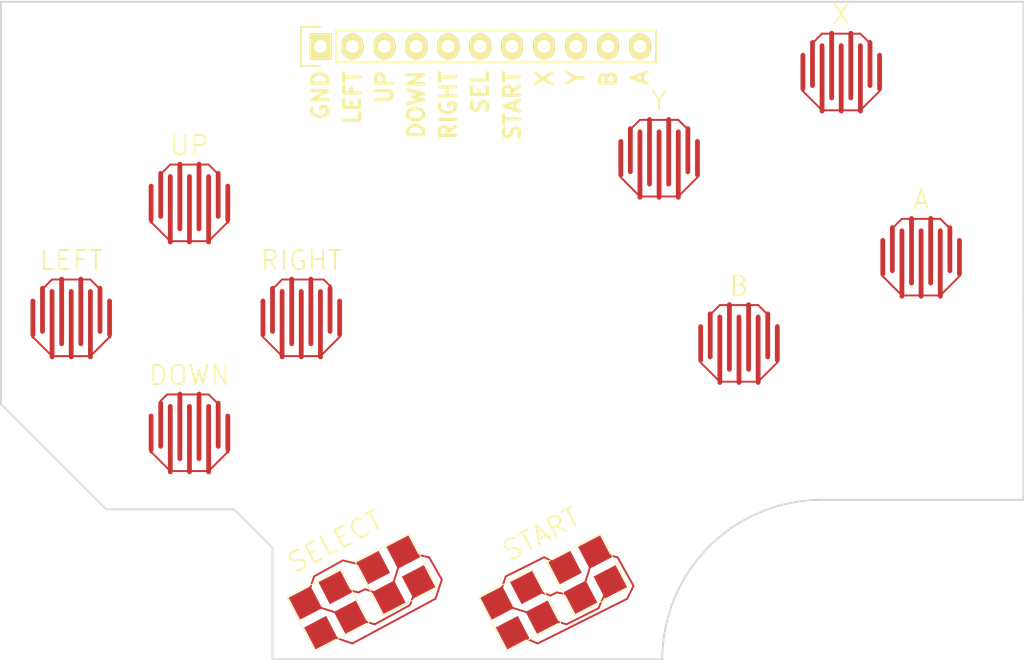
<source format=kicad_pcb>
(kicad_pcb (version 4) (host pcbnew 4.0.3-stable)

  (general
    (links 88)
    (no_connects 20)
    (area 126.924999 74.600999 208.355001 127.075001)
    (thickness 1.6)
    (drawings 21)
    (tracks 122)
    (zones 0)
    (modules 22)
    (nets 12)
  )

  (page A4)
  (layers
    (0 F.Cu signal)
    (31 B.Cu signal)
    (32 B.Adhes user)
    (33 F.Adhes user)
    (34 B.Paste user)
    (35 F.Paste user)
    (36 B.SilkS user)
    (37 F.SilkS user)
    (38 B.Mask user)
    (39 F.Mask user)
    (40 Dwgs.User user)
    (41 Cmts.User user)
    (42 Eco1.User user)
    (43 Eco2.User user)
    (44 Edge.Cuts user)
    (45 Margin user)
    (46 B.CrtYd user)
    (47 F.CrtYd user)
    (48 B.Fab user)
    (49 F.Fab user)
  )

  (setup
    (last_trace_width 0.1524)
    (trace_clearance 0.1524)
    (zone_clearance 0.508)
    (zone_45_only no)
    (trace_min 0.1524)
    (segment_width 0.15)
    (edge_width 0.15)
    (via_size 0.6858)
    (via_drill 0.3302)
    (via_min_size 0.6858)
    (via_min_drill 0.3302)
    (uvia_size 0.762)
    (uvia_drill 0.508)
    (uvias_allowed no)
    (uvia_min_size 0)
    (uvia_min_drill 0)
    (pcb_text_width 0.3)
    (pcb_text_size 1.5 1.5)
    (mod_edge_width 0.15)
    (mod_text_size 1 1)
    (mod_text_width 0.15)
    (pad_size 2.54 2.54)
    (pad_drill 2.54)
    (pad_to_mask_clearance 0.2)
    (aux_axis_origin 0 0)
    (visible_elements FFFFFF7F)
    (pcbplotparams
      (layerselection 0x00030_80000001)
      (usegerberextensions false)
      (excludeedgelayer true)
      (linewidth 0.100000)
      (plotframeref false)
      (viasonmask false)
      (mode 1)
      (useauxorigin false)
      (hpglpennumber 1)
      (hpglpenspeed 20)
      (hpglpendiameter 15)
      (hpglpenoverlay 2)
      (psnegative false)
      (psa4output false)
      (plotreference true)
      (plotvalue true)
      (plotinvisibletext false)
      (padsonsilk false)
      (subtractmaskfromsilk false)
      (outputformat 1)
      (mirror false)
      (drillshape 1)
      (scaleselection 1)
      (outputdirectory ""))
  )

  (net 0 "")
  (net 1 GND)
  (net 2 "Net-(P1-Pad2)")
  (net 3 "Net-(P1-Pad3)")
  (net 4 "Net-(P1-Pad4)")
  (net 5 "Net-(P1-Pad5)")
  (net 6 "Net-(P1-Pad6)")
  (net 7 "Net-(P1-Pad7)")
  (net 8 "Net-(P1-Pad8)")
  (net 9 "Net-(P1-Pad9)")
  (net 10 "Net-(P1-Pad10)")
  (net 11 "Net-(P1-Pad11)")

  (net_class Default "This is the default net class."
    (clearance 0.1524)
    (trace_width 0.1524)
    (via_dia 0.6858)
    (via_drill 0.3302)
    (uvia_dia 0.762)
    (uvia_drill 0.508)
    (add_net GND)
    (add_net "Net-(P1-Pad10)")
    (add_net "Net-(P1-Pad11)")
    (add_net "Net-(P1-Pad2)")
    (add_net "Net-(P1-Pad3)")
    (add_net "Net-(P1-Pad4)")
    (add_net "Net-(P1-Pad5)")
    (add_net "Net-(P1-Pad6)")
    (add_net "Net-(P1-Pad7)")
    (add_net "Net-(P1-Pad8)")
    (add_net "Net-(P1-Pad9)")
  )

  (net_class Button ""
    (clearance 0.1524)
    (trace_width 0.1524)
    (via_dia 0.6858)
    (via_drill 0.3302)
    (uvia_dia 0.762)
    (uvia_drill 0.508)
  )

  (module MountingHole:1pin (layer F.Cu) (tedit 58613F52) (tstamp 58644BF5)
    (at 194.31 110.49)
    (descr "module 1 pin (ou trou mecanique de percage)")
    (tags DEV)
    (fp_text reference REF** (at 0 -3.048) (layer F.SilkS) hide
      (effects (font (size 1 1) (thickness 0.15)))
    )
    (fp_text value 1pin (at 0 2.794) (layer F.Fab) hide
      (effects (font (size 1 1) (thickness 0.15)))
    )
    (pad "" np_thru_hole circle (at 0 0) (size 4.572 4.572) (drill 4.572) (layers *.Cu *.Mask)
      (zone_connect 0))
  )

  (module MountingHole:1pin (layer F.Cu) (tedit 58613EA3) (tstamp 58644BE2)
    (at 205.486 107.442)
    (descr "module 1 pin (ou trou mecanique de percage)")
    (tags DEV)
    (fp_text reference REF** (at 0 -3.048) (layer F.SilkS) hide
      (effects (font (size 1 1) (thickness 0.15)))
    )
    (fp_text value 1pin (at 0 2.794) (layer F.Fab) hide
      (effects (font (size 1 1) (thickness 0.15)))
    )
    (pad "" np_thru_hole circle (at 0 0) (size 2.54 2.54) (drill 2.54) (layers *.Cu *.Mask)
      (zone_connect 0))
  )

  (module MountingHole:1pin (layer F.Cu) (tedit 58613EA3) (tstamp 58644BBB)
    (at 178.562 98.552)
    (descr "module 1 pin (ou trou mecanique de percage)")
    (tags DEV)
    (fp_text reference REF** (at 0 -3.048) (layer F.SilkS) hide
      (effects (font (size 1 1) (thickness 0.15)))
    )
    (fp_text value 1pin (at 0 2.794) (layer F.Fab) hide
      (effects (font (size 1 1) (thickness 0.15)))
    )
    (pad "" np_thru_hole circle (at 0 0) (size 2.54 2.54) (drill 2.54) (layers *.Cu *.Mask)
      (zone_connect 0))
  )

  (module MountingHole:1pin (layer F.Cu) (tedit 5861BA03) (tstamp 58644BB5)
    (at 205.486 89.662)
    (descr "module 1 pin (ou trou mecanique de percage)")
    (tags DEV)
    (fp_text reference REF** (at 0 -3.048) (layer F.SilkS) hide
      (effects (font (size 1 1) (thickness 0.15)))
    )
    (fp_text value 1pin (at 0 2.794) (layer F.Fab) hide
      (effects (font (size 1 1) (thickness 0.15)))
    )
    (pad "" np_thru_hole circle (at 0 -5.08) (size 2.54 2.54) (drill 2.54) (layers *.Cu *.Mask)
      (zone_connect 0))
  )

  (module MountingHole:1pin (layer F.Cu) (tedit 58613EA3) (tstamp 58644BAF)
    (at 206.756 98.552)
    (descr "module 1 pin (ou trou mecanique de percage)")
    (tags DEV)
    (fp_text reference REF** (at 0 -3.048) (layer F.SilkS) hide
      (effects (font (size 1 1) (thickness 0.15)))
    )
    (fp_text value 1pin (at 0 2.794) (layer F.Fab) hide
      (effects (font (size 1 1) (thickness 0.15)))
    )
    (pad "" np_thru_hole circle (at 0 0) (size 2.54 2.54) (drill 2.54) (layers *.Cu *.Mask)
      (zone_connect 0))
  )

  (module MountingHole:1pin (layer F.Cu) (tedit 58613EA3) (tstamp 58644B82)
    (at 152.146 110.236)
    (descr "module 1 pin (ou trou mecanique de percage)")
    (tags DEV)
    (fp_text reference REF** (at 0 -3.048) (layer F.SilkS) hide
      (effects (font (size 1 1) (thickness 0.15)))
    )
    (fp_text value 1pin (at 0 2.794) (layer F.Fab) hide
      (effects (font (size 1 1) (thickness 0.15)))
    )
    (pad "" np_thru_hole circle (at 0 0) (size 2.54 2.54) (drill 2.54) (layers *.Cu *.Mask)
      (zone_connect 0))
  )

  (module MountingHole:1pin (layer F.Cu) (tedit 58613EA3) (tstamp 58644B7C)
    (at 165.1 117.602)
    (descr "module 1 pin (ou trou mecanique de percage)")
    (tags DEV)
    (fp_text reference REF** (at 0 -3.048) (layer F.SilkS) hide
      (effects (font (size 1 1) (thickness 0.15)))
    )
    (fp_text value 1pin (at 0 2.794) (layer F.Fab) hide
      (effects (font (size 1 1) (thickness 0.15)))
    )
    (pad "" np_thru_hole circle (at 0 0) (size 2.54 2.54) (drill 2.54) (layers *.Cu *.Mask)
      (zone_connect 0))
  )

  (module MountingHole:1pin (layer F.Cu) (tedit 58613EA3) (tstamp 58644B76)
    (at 156.972 112.776)
    (descr "module 1 pin (ou trou mecanique de percage)")
    (tags DEV)
    (fp_text reference REF** (at 0 -3.048) (layer F.SilkS) hide
      (effects (font (size 1 1) (thickness 0.15)))
    )
    (fp_text value 1pin (at 0 2.794) (layer F.Fab) hide
      (effects (font (size 1 1) (thickness 0.15)))
    )
    (pad "" np_thru_hole circle (at 0 0) (size 2.54 2.54) (drill 2.54) (layers *.Cu *.Mask)
      (zone_connect 0))
  )

  (module MountingHole:1pin (layer F.Cu) (tedit 58613EA3) (tstamp 58644B70)
    (at 157.48 90.424)
    (descr "module 1 pin (ou trou mecanique de percage)")
    (tags DEV)
    (fp_text reference REF** (at 0 -3.048) (layer F.SilkS) hide
      (effects (font (size 1 1) (thickness 0.15)))
    )
    (fp_text value 1pin (at 0 2.794) (layer F.Fab) hide
      (effects (font (size 1 1) (thickness 0.15)))
    )
    (pad "" np_thru_hole circle (at 0 0) (size 2.54 2.54) (drill 2.54) (layers *.Cu *.Mask)
      (zone_connect 0))
  )

  (module MountingHole:1pin (layer F.Cu) (tedit 58613EA3) (tstamp 58644B63)
    (at 131.064 89.408)
    (descr "module 1 pin (ou trou mecanique de percage)")
    (tags DEV)
    (fp_text reference REF** (at 0 -3.048) (layer F.SilkS) hide
      (effects (font (size 1 1) (thickness 0.15)))
    )
    (fp_text value 1pin (at 0 2.794) (layer F.Fab) hide
      (effects (font (size 1 1) (thickness 0.15)))
    )
    (pad "" np_thru_hole circle (at 0 0) (size 2.54 2.54) (drill 2.54) (layers *.Cu *.Mask)
      (zone_connect 0))
  )

  (module MountingHole:1pin (layer F.Cu) (tedit 58613EA3) (tstamp 58644AEB)
    (at 129.54 83.82)
    (descr "module 1 pin (ou trou mecanique de percage)")
    (tags DEV)
    (fp_text reference REF** (at 0 -3.048) (layer F.SilkS) hide
      (effects (font (size 1 1) (thickness 0.15)))
    )
    (fp_text value 1pin (at 0 2.794) (layer F.Fab) hide
      (effects (font (size 1 1) (thickness 0.15)))
    )
    (pad "" np_thru_hole circle (at 0 0) (size 2.54 2.54) (drill 2.54) (layers *.Cu *.Mask)
      (zone_connect 0))
  )

  (module Socket_Strips:Socket_Strip_Straight_1x11 (layer F.Cu) (tedit 5861EA5E) (tstamp 5861B1FF)
    (at 152.4 78.232)
    (descr "Through hole socket strip")
    (tags "socket strip")
    (path /5861477A)
    (fp_text reference P1 (at 0 -5.1) (layer F.SilkS) hide
      (effects (font (size 1 1) (thickness 0.15)))
    )
    (fp_text value CONN_01X11 (at 0 -3.1) (layer F.Fab) hide
      (effects (font (size 1 1) (thickness 0.15)))
    )
    (fp_line (start -1.75 -1.75) (end -1.75 1.75) (layer F.CrtYd) (width 0.05))
    (fp_line (start 27.15 -1.75) (end 27.15 1.75) (layer F.CrtYd) (width 0.05))
    (fp_line (start -1.75 -1.75) (end 27.15 -1.75) (layer F.CrtYd) (width 0.05))
    (fp_line (start -1.75 1.75) (end 27.15 1.75) (layer F.CrtYd) (width 0.05))
    (fp_line (start 1.27 1.27) (end 26.67 1.27) (layer F.SilkS) (width 0.15))
    (fp_line (start 26.67 1.27) (end 26.67 -1.27) (layer F.SilkS) (width 0.15))
    (fp_line (start 26.67 -1.27) (end 1.27 -1.27) (layer F.SilkS) (width 0.15))
    (fp_line (start -1.55 1.55) (end 0 1.55) (layer F.SilkS) (width 0.15))
    (fp_line (start 1.27 1.27) (end 1.27 -1.27) (layer F.SilkS) (width 0.15))
    (fp_line (start 0 -1.55) (end -1.55 -1.55) (layer F.SilkS) (width 0.15))
    (fp_line (start -1.55 -1.55) (end -1.55 1.55) (layer F.SilkS) (width 0.15))
    (pad 1 thru_hole rect (at 0 0) (size 1.7272 2.032) (drill 1.016) (layers *.Cu *.Mask F.SilkS)
      (net 1 GND))
    (pad 2 thru_hole oval (at 2.54 0) (size 1.7272 2.032) (drill 1.016) (layers *.Cu *.Mask F.SilkS)
      (net 2 "Net-(P1-Pad2)"))
    (pad 3 thru_hole oval (at 5.08 0) (size 1.7272 2.032) (drill 1.016) (layers *.Cu *.Mask F.SilkS)
      (net 3 "Net-(P1-Pad3)"))
    (pad 4 thru_hole oval (at 7.62 0) (size 1.7272 2.032) (drill 1.016) (layers *.Cu *.Mask F.SilkS)
      (net 4 "Net-(P1-Pad4)"))
    (pad 5 thru_hole oval (at 10.16 0) (size 1.7272 2.032) (drill 1.016) (layers *.Cu *.Mask F.SilkS)
      (net 5 "Net-(P1-Pad5)"))
    (pad 6 thru_hole oval (at 12.7 0) (size 1.7272 2.032) (drill 1.016) (layers *.Cu *.Mask F.SilkS)
      (net 6 "Net-(P1-Pad6)"))
    (pad 7 thru_hole oval (at 15.24 0) (size 1.7272 2.032) (drill 1.016) (layers *.Cu *.Mask F.SilkS)
      (net 7 "Net-(P1-Pad7)"))
    (pad 8 thru_hole oval (at 17.78 0) (size 1.7272 2.032) (drill 1.016) (layers *.Cu *.Mask F.SilkS)
      (net 8 "Net-(P1-Pad8)"))
    (pad 9 thru_hole oval (at 20.32 0) (size 1.7272 2.032) (drill 1.016) (layers *.Cu *.Mask F.SilkS)
      (net 9 "Net-(P1-Pad9)"))
    (pad 10 thru_hole oval (at 22.86 0) (size 1.7272 2.032) (drill 1.016) (layers *.Cu *.Mask F.SilkS)
      (net 10 "Net-(P1-Pad10)"))
    (pad 11 thru_hole oval (at 25.4 0) (size 1.7272 2.032) (drill 1.016) (layers *.Cu *.Mask F.SilkS)
      (net 11 "Net-(P1-Pad11)"))
    (model Socket_Strips.3dshapes/Socket_Strip_Straight_1x11.wrl
      (at (xyz 0.5 0 0))
      (scale (xyz 1 1 1))
      (rotate (xyz 0 0 180))
    )
  )

  (module GameBoy:GameBoy-DMG-SEL2 (layer F.Cu) (tedit 5861E671) (tstamp 5861B2F7)
    (at 170.942 121.666 27.5)
    (path /58614590)
    (attr smd)
    (fp_text reference SW6 (at -0.635 -4.445 27.5) (layer F.SilkS) hide
      (effects (font (size 1.27 1.27) (thickness 0.1016)))
    )
    (fp_text value START (at 1.27 -4.572 27.5) (layer F.SilkS)
      (effects (font (thickness 0.15)))
    )
    (fp_line (start -5.334 -0.381) (end -3.429 -0.381) (layer F.Cu) (width 0.06604))
    (fp_line (start -3.429 -0.381) (end -3.429 -2.286) (layer F.Cu) (width 0.06604))
    (fp_line (start -5.334 -2.286) (end -3.429 -2.286) (layer F.Cu) (width 0.06604))
    (fp_line (start -5.334 -0.381) (end -5.334 -2.286) (layer F.Cu) (width 0.06604))
    (fp_line (start -5.334 2.286) (end -3.429 2.286) (layer F.Cu) (width 0.06604))
    (fp_line (start -3.429 2.286) (end -3.429 0.381) (layer F.Cu) (width 0.06604))
    (fp_line (start -5.334 0.381) (end -3.429 0.381) (layer F.Cu) (width 0.06604))
    (fp_line (start -5.334 2.286) (end -5.334 0.381) (layer F.Cu) (width 0.06604))
    (fp_line (start -2.667 2.286) (end -0.762 2.286) (layer F.Cu) (width 0.06604))
    (fp_line (start -0.762 2.286) (end -0.762 0.381) (layer F.Cu) (width 0.06604))
    (fp_line (start -2.667 0.381) (end -0.762 0.381) (layer F.Cu) (width 0.06604))
    (fp_line (start -2.667 2.286) (end -2.667 0.381) (layer F.Cu) (width 0.06604))
    (fp_line (start -2.667 -0.381) (end -0.762 -0.381) (layer F.Cu) (width 0.06604))
    (fp_line (start -0.762 -0.381) (end -0.762 -2.286) (layer F.Cu) (width 0.06604))
    (fp_line (start -2.667 -2.286) (end -0.762 -2.286) (layer F.Cu) (width 0.06604))
    (fp_line (start -2.667 -0.381) (end -2.667 -2.286) (layer F.Cu) (width 0.06604))
    (fp_line (start 0.762 -0.381) (end 2.667 -0.381) (layer F.Cu) (width 0.06604))
    (fp_line (start 2.667 -0.381) (end 2.667 -2.286) (layer F.Cu) (width 0.06604))
    (fp_line (start 0.762 -2.286) (end 2.667 -2.286) (layer F.Cu) (width 0.06604))
    (fp_line (start 0.762 -0.381) (end 0.762 -2.286) (layer F.Cu) (width 0.06604))
    (fp_line (start 3.429 -0.381) (end 5.334 -0.381) (layer F.Cu) (width 0.06604))
    (fp_line (start 5.334 -0.381) (end 5.334 -2.286) (layer F.Cu) (width 0.06604))
    (fp_line (start 3.429 -2.286) (end 5.334 -2.286) (layer F.Cu) (width 0.06604))
    (fp_line (start 3.429 -0.381) (end 3.429 -2.286) (layer F.Cu) (width 0.06604))
    (fp_line (start 3.429 2.286) (end 5.334 2.286) (layer F.Cu) (width 0.06604))
    (fp_line (start 5.334 2.286) (end 5.334 0.381) (layer F.Cu) (width 0.06604))
    (fp_line (start 3.429 0.381) (end 5.334 0.381) (layer F.Cu) (width 0.06604))
    (fp_line (start 3.429 2.286) (end 3.429 0.381) (layer F.Cu) (width 0.06604))
    (fp_line (start 0.762 2.286) (end 2.667 2.286) (layer F.Cu) (width 0.06604))
    (fp_line (start 2.667 2.286) (end 2.667 0.381) (layer F.Cu) (width 0.06604))
    (fp_line (start 0.762 0.381) (end 2.667 0.381) (layer F.Cu) (width 0.06604))
    (fp_line (start 0.762 2.286) (end 0.762 0.381) (layer F.Cu) (width 0.06604))
    (fp_line (start -5.461 2.413) (end -0.635 2.413) (layer F.SilkS) (width 0.06604))
    (fp_line (start -0.635 2.413) (end -0.635 -2.413) (layer F.SilkS) (width 0.06604))
    (fp_line (start -5.461 -2.413) (end -0.635 -2.413) (layer F.SilkS) (width 0.06604))
    (fp_line (start -5.461 2.413) (end -5.461 -2.413) (layer F.SilkS) (width 0.06604))
    (fp_line (start 0.635 2.413) (end 5.461 2.413) (layer F.SilkS) (width 0.06604))
    (fp_line (start 5.461 2.413) (end 5.461 -2.413) (layer F.SilkS) (width 0.06604))
    (fp_line (start 0.635 -2.413) (end 5.461 -2.413) (layer F.SilkS) (width 0.06604))
    (fp_line (start 0.635 2.413) (end 0.635 -2.413) (layer F.SilkS) (width 0.06604))
    (pad 2 connect rect (at -4.3815 1.3335 27.5) (size 1.905 1.905) (layers F.Cu F.Mask)
      (net 7 "Net-(P1-Pad7)"))
    (pad 2 connect rect (at 1.7145 1.3335 27.5) (size 1.905 1.905) (layers F.Cu F.Mask)
      (net 7 "Net-(P1-Pad7)"))
    (pad 2 connect rect (at -1.71704 -1.3335 27.5) (size 1.905 1.905) (layers F.Cu F.Mask)
      (net 7 "Net-(P1-Pad7)"))
    (pad 1 connect rect (at 4.3815 1.3335 27.5) (size 1.905 1.905) (layers F.Cu F.Mask)
      (net 1 GND))
    (pad 1 connect rect (at -1.7145 1.3335 27.5) (size 1.905 1.905) (layers F.Cu F.Mask)
      (net 1 GND))
    (pad 1 connect rect (at -4.3815 -1.3335 27.5) (size 1.905 1.905) (layers F.Cu F.Mask)
      (net 1 GND))
    (pad 1 connect rect (at 1.7145 -1.3335 27.5) (size 1.905 1.905) (layers F.Cu F.Mask)
      (net 1 GND))
    (pad 2 connect rect (at 4.37896 -1.3335 27.5) (size 1.905 1.905) (layers F.Cu F.Mask)
      (net 7 "Net-(P1-Pad7)"))
  )

  (module GameBoy:GameBoy-DMG-BTN (layer F.Cu) (tedit 5861D5F6) (tstamp 5861B237)
    (at 141.986 90.678)
    (path /58614320)
    (attr smd)
    (fp_text reference SW2 (at 0.635 -4.445) (layer F.SilkS) hide
      (effects (font (size 1.27 1.27) (thickness 0.1016)))
    )
    (fp_text value UP (at 0 -4.572) (layer F.SilkS)
      (effects (font (thickness 0.15)))
    )
    (pad 2 connect oval (at 2.286 -2.286) (size 0.381 3.81) (drill (offset 0 1.651)) (layers F.Cu F.Mask)
      (net 3 "Net-(P1-Pad3)"))
    (pad 2 connect oval (at -0.762 -3.048) (size 0.381 5.5245) (drill (offset 0 2.54)) (layers F.Cu F.Mask)
      (net 3 "Net-(P1-Pad3)"))
    (pad 1 connect oval (at -3.048 1.27) (size 0.381 3.048) (drill (offset 0 -1.27)) (layers F.Cu F.Mask)
      (net 1 GND))
    (pad 1 connect oval (at -1.524 3.048) (size 0.381 5.588) (drill (offset 0 -2.54)) (layers F.Cu F.Mask)
      (net 1 GND))
    (pad 1 connect oval (at 3.048 1.27) (size 0.381 3.048) (drill (offset 0 -1.27)) (layers F.Cu F.Mask)
      (net 1 GND))
    (pad 1 connect oval (at 1.524 3.048) (size 0.381 5.588) (drill (offset 0 -2.54)) (layers F.Cu F.Mask)
      (net 1 GND))
    (pad 1 connect oval (at 0 3.048) (size 0.381 5.588) (drill (offset 0 -2.54)) (layers F.Cu F.Mask)
      (net 1 GND))
    (pad 2 connect oval (at 0.762 -3.048) (size 0.381 5.5245) (drill (offset 0 2.54)) (layers F.Cu F.Mask)
      (net 3 "Net-(P1-Pad3)"))
    (pad 2 connect oval (at -2.286 -2.286) (size 0.381 3.81) (drill (offset 0 1.651)) (layers F.Cu F.Mask)
      (net 3 "Net-(P1-Pad3)"))
  )

  (module GameBoy:GameBoy-DMG-START-SEL (layer F.Cu) (tedit 5861E3AD) (tstamp 5861B2B6)
    (at 155.702 121.666 27.5)
    (path /5861454E)
    (attr smd)
    (fp_text reference SW5 (at -0.635 -4.445 27.5) (layer F.SilkS) hide
      (effects (font (size 1.27 1.27) (thickness 0.1016)))
    )
    (fp_text value SELECT (at 0 -4.572 27.5) (layer F.SilkS)
      (effects (font (thickness 0.15)))
    )
    (fp_line (start -5.334 -0.381) (end -3.429 -0.381) (layer F.Cu) (width 0.06604))
    (fp_line (start -3.429 -0.381) (end -3.429 -2.286) (layer F.Cu) (width 0.06604))
    (fp_line (start -5.334 -2.286) (end -3.429 -2.286) (layer F.Cu) (width 0.06604))
    (fp_line (start -5.334 -0.381) (end -5.334 -2.286) (layer F.Cu) (width 0.06604))
    (fp_line (start -5.334 2.286) (end -3.429 2.286) (layer F.Cu) (width 0.06604))
    (fp_line (start -3.429 2.286) (end -3.429 0.381) (layer F.Cu) (width 0.06604))
    (fp_line (start -5.334 0.381) (end -3.429 0.381) (layer F.Cu) (width 0.06604))
    (fp_line (start -5.334 2.286) (end -5.334 0.381) (layer F.Cu) (width 0.06604))
    (fp_line (start -2.667 2.286) (end -0.762 2.286) (layer F.Cu) (width 0.06604))
    (fp_line (start -0.762 2.286) (end -0.762 0.381) (layer F.Cu) (width 0.06604))
    (fp_line (start -2.667 0.381) (end -0.762 0.381) (layer F.Cu) (width 0.06604))
    (fp_line (start -2.667 2.286) (end -2.667 0.381) (layer F.Cu) (width 0.06604))
    (fp_line (start -2.667 -0.381) (end -0.762 -0.381) (layer F.Cu) (width 0.06604))
    (fp_line (start -0.762 -0.381) (end -0.762 -2.286) (layer F.Cu) (width 0.06604))
    (fp_line (start -2.667 -2.286) (end -0.762 -2.286) (layer F.Cu) (width 0.06604))
    (fp_line (start -2.667 -0.381) (end -2.667 -2.286) (layer F.Cu) (width 0.06604))
    (fp_line (start 0.762 -0.381) (end 2.667 -0.381) (layer F.Cu) (width 0.06604))
    (fp_line (start 2.667 -0.381) (end 2.667 -2.286) (layer F.Cu) (width 0.06604))
    (fp_line (start 0.762 -2.286) (end 2.667 -2.286) (layer F.Cu) (width 0.06604))
    (fp_line (start 0.762 -0.381) (end 0.762 -2.286) (layer F.Cu) (width 0.06604))
    (fp_line (start 3.429 -0.381) (end 5.334 -0.381) (layer F.Cu) (width 0.06604))
    (fp_line (start 5.334 -0.381) (end 5.334 -2.286) (layer F.Cu) (width 0.06604))
    (fp_line (start 3.429 -2.286) (end 5.334 -2.286) (layer F.Cu) (width 0.06604))
    (fp_line (start 3.429 -0.381) (end 3.429 -2.286) (layer F.Cu) (width 0.06604))
    (fp_line (start 3.429 2.286) (end 5.334 2.286) (layer F.Cu) (width 0.06604))
    (fp_line (start 5.334 2.286) (end 5.334 0.381) (layer F.Cu) (width 0.06604))
    (fp_line (start 3.429 0.381) (end 5.334 0.381) (layer F.Cu) (width 0.06604))
    (fp_line (start 3.429 2.286) (end 3.429 0.381) (layer F.Cu) (width 0.06604))
    (fp_line (start 0.762 2.286) (end 2.667 2.286) (layer F.Cu) (width 0.06604))
    (fp_line (start 2.667 2.286) (end 2.667 0.381) (layer F.Cu) (width 0.06604))
    (fp_line (start 0.762 0.381) (end 2.667 0.381) (layer F.Cu) (width 0.06604))
    (fp_line (start 0.762 2.286) (end 0.762 0.381) (layer F.Cu) (width 0.06604))
    (fp_line (start -5.461 2.413) (end -0.635 2.413) (layer F.SilkS) (width 0.06604))
    (fp_line (start -0.635 2.413) (end -0.635 -2.413) (layer F.SilkS) (width 0.06604))
    (fp_line (start -5.461 -2.413) (end -0.635 -2.413) (layer F.SilkS) (width 0.06604))
    (fp_line (start -5.461 2.413) (end -5.461 -2.413) (layer F.SilkS) (width 0.06604))
    (fp_line (start 0.635 2.413) (end 5.461 2.413) (layer F.SilkS) (width 0.06604))
    (fp_line (start 5.461 2.413) (end 5.461 -2.413) (layer F.SilkS) (width 0.06604))
    (fp_line (start 0.635 -2.413) (end 5.461 -2.413) (layer F.SilkS) (width 0.06604))
    (fp_line (start 0.635 2.413) (end 0.635 -2.413) (layer F.SilkS) (width 0.06604))
    (pad 2 connect rect (at -4.3815 1.3335 27.5) (size 1.905 1.905) (layers F.Cu F.Mask)
      (net 6 "Net-(P1-Pad6)"))
    (pad 2 connect rect (at 1.7145 1.3335 27.5) (size 1.905 1.905) (layers F.Cu F.Mask)
      (net 6 "Net-(P1-Pad6)"))
    (pad 2 connect rect (at -1.71704 -1.3335 27.5) (size 1.905 1.905) (layers F.Cu F.Mask)
      (net 6 "Net-(P1-Pad6)"))
    (pad 1 connect rect (at 4.3815 1.3335 27.5) (size 1.905 1.905) (layers F.Cu F.Mask)
      (net 1 GND))
    (pad 1 connect rect (at -1.7145 1.3335 27.5) (size 1.905 1.905) (layers F.Cu F.Mask)
      (net 1 GND))
    (pad 1 connect rect (at -4.3815 -1.3335 27.5) (size 1.905 1.905) (layers F.Cu F.Mask)
      (net 1 GND))
    (pad 1 connect rect (at 1.7145 -1.3335 27.5) (size 1.905 1.905) (layers F.Cu F.Mask)
      (net 1 GND))
    (pad 2 connect rect (at 4.37896 -1.3335 27.5) (size 1.905 1.905) (layers F.Cu F.Mask)
      (net 6 "Net-(P1-Pad6)"))
  )

  (module GameBoy:GameBoy-DMG-BTN (layer F.Cu) (tedit 5861D5F6) (tstamp 5861B21B)
    (at 132.588 99.822)
    (path /586143B6)
    (attr smd)
    (fp_text reference SW1 (at 0.635 -4.445) (layer F.SilkS) hide
      (effects (font (size 1.27 1.27) (thickness 0.1016)))
    )
    (fp_text value LEFT (at 0 -4.572) (layer F.SilkS)
      (effects (font (thickness 0.15)))
    )
    (pad 2 connect oval (at 2.286 -2.286) (size 0.381 3.81) (drill (offset 0 1.651)) (layers F.Cu F.Mask)
      (net 2 "Net-(P1-Pad2)"))
    (pad 2 connect oval (at -0.762 -3.048) (size 0.381 5.5245) (drill (offset 0 2.54)) (layers F.Cu F.Mask)
      (net 2 "Net-(P1-Pad2)"))
    (pad 1 connect oval (at -3.048 1.27) (size 0.381 3.048) (drill (offset 0 -1.27)) (layers F.Cu F.Mask)
      (net 1 GND))
    (pad 1 connect oval (at -1.524 3.048) (size 0.381 5.588) (drill (offset 0 -2.54)) (layers F.Cu F.Mask)
      (net 1 GND))
    (pad 1 connect oval (at 3.048 1.27) (size 0.381 3.048) (drill (offset 0 -1.27)) (layers F.Cu F.Mask)
      (net 1 GND))
    (pad 1 connect oval (at 1.524 3.048) (size 0.381 5.588) (drill (offset 0 -2.54)) (layers F.Cu F.Mask)
      (net 1 GND))
    (pad 1 connect oval (at 0 3.048) (size 0.381 5.588) (drill (offset 0 -2.54)) (layers F.Cu F.Mask)
      (net 1 GND))
    (pad 2 connect oval (at 0.762 -3.048) (size 0.381 5.5245) (drill (offset 0 2.54)) (layers F.Cu F.Mask)
      (net 2 "Net-(P1-Pad2)"))
    (pad 2 connect oval (at -2.286 -2.286) (size 0.381 3.81) (drill (offset 0 1.651)) (layers F.Cu F.Mask)
      (net 2 "Net-(P1-Pad2)"))
  )

  (module GameBoy:GameBoy-DMG-BTN (layer F.Cu) (tedit 5861D5F6) (tstamp 5861B253)
    (at 150.876 99.822)
    (path /58614398)
    (attr smd)
    (fp_text reference SW3 (at 0.635 -4.445) (layer F.SilkS) hide
      (effects (font (size 1.27 1.27) (thickness 0.1016)))
    )
    (fp_text value RIGHT (at 0 -4.572) (layer F.SilkS)
      (effects (font (thickness 0.15)))
    )
    (pad 2 connect oval (at 2.286 -2.286) (size 0.381 3.81) (drill (offset 0 1.651)) (layers F.Cu F.Mask)
      (net 4 "Net-(P1-Pad4)"))
    (pad 2 connect oval (at -0.762 -3.048) (size 0.381 5.5245) (drill (offset 0 2.54)) (layers F.Cu F.Mask)
      (net 4 "Net-(P1-Pad4)"))
    (pad 1 connect oval (at -3.048 1.27) (size 0.381 3.048) (drill (offset 0 -1.27)) (layers F.Cu F.Mask)
      (net 1 GND))
    (pad 1 connect oval (at -1.524 3.048) (size 0.381 5.588) (drill (offset 0 -2.54)) (layers F.Cu F.Mask)
      (net 1 GND))
    (pad 1 connect oval (at 3.048 1.27) (size 0.381 3.048) (drill (offset 0 -1.27)) (layers F.Cu F.Mask)
      (net 1 GND))
    (pad 1 connect oval (at 1.524 3.048) (size 0.381 5.588) (drill (offset 0 -2.54)) (layers F.Cu F.Mask)
      (net 1 GND))
    (pad 1 connect oval (at 0 3.048) (size 0.381 5.588) (drill (offset 0 -2.54)) (layers F.Cu F.Mask)
      (net 1 GND))
    (pad 2 connect oval (at 0.762 -3.048) (size 0.381 5.5245) (drill (offset 0 2.54)) (layers F.Cu F.Mask)
      (net 4 "Net-(P1-Pad4)"))
    (pad 2 connect oval (at -2.286 -2.286) (size 0.381 3.81) (drill (offset 0 1.651)) (layers F.Cu F.Mask)
      (net 4 "Net-(P1-Pad4)"))
  )

  (module GameBoy:GameBoy-DMG-BTN (layer F.Cu) (tedit 5861D5F6) (tstamp 5861B26F)
    (at 141.986 108.966)
    (path /58614485)
    (attr smd)
    (fp_text reference SW4 (at 0.635 -4.445) (layer F.SilkS) hide
      (effects (font (size 1.27 1.27) (thickness 0.1016)))
    )
    (fp_text value DOWN (at 0 -4.572) (layer F.SilkS)
      (effects (font (thickness 0.15)))
    )
    (pad 2 connect oval (at 2.286 -2.286) (size 0.381 3.81) (drill (offset 0 1.651)) (layers F.Cu F.Mask)
      (net 5 "Net-(P1-Pad5)"))
    (pad 2 connect oval (at -0.762 -3.048) (size 0.381 5.5245) (drill (offset 0 2.54)) (layers F.Cu F.Mask)
      (net 5 "Net-(P1-Pad5)"))
    (pad 1 connect oval (at -3.048 1.27) (size 0.381 3.048) (drill (offset 0 -1.27)) (layers F.Cu F.Mask)
      (net 1 GND))
    (pad 1 connect oval (at -1.524 3.048) (size 0.381 5.588) (drill (offset 0 -2.54)) (layers F.Cu F.Mask)
      (net 1 GND))
    (pad 1 connect oval (at 3.048 1.27) (size 0.381 3.048) (drill (offset 0 -1.27)) (layers F.Cu F.Mask)
      (net 1 GND))
    (pad 1 connect oval (at 1.524 3.048) (size 0.381 5.588) (drill (offset 0 -2.54)) (layers F.Cu F.Mask)
      (net 1 GND))
    (pad 1 connect oval (at 0 3.048) (size 0.381 5.588) (drill (offset 0 -2.54)) (layers F.Cu F.Mask)
      (net 1 GND))
    (pad 2 connect oval (at 0.762 -3.048) (size 0.381 5.5245) (drill (offset 0 2.54)) (layers F.Cu F.Mask)
      (net 5 "Net-(P1-Pad5)"))
    (pad 2 connect oval (at -2.286 -2.286) (size 0.381 3.81) (drill (offset 0 1.651)) (layers F.Cu F.Mask)
      (net 5 "Net-(P1-Pad5)"))
  )

  (module GameBoy:GameBoy-DMG-BTN (layer F.Cu) (tedit 5861D5F6) (tstamp 5861B313)
    (at 193.802 80.264)
    (path /586145D4)
    (attr smd)
    (fp_text reference SW7 (at 0.635 -4.445) (layer F.SilkS) hide
      (effects (font (size 1.27 1.27) (thickness 0.1016)))
    )
    (fp_text value X (at 0 -4.572) (layer F.SilkS)
      (effects (font (thickness 0.15)))
    )
    (pad 2 connect oval (at 2.286 -2.286) (size 0.381 3.81) (drill (offset 0 1.651)) (layers F.Cu F.Mask)
      (net 8 "Net-(P1-Pad8)"))
    (pad 2 connect oval (at -0.762 -3.048) (size 0.381 5.5245) (drill (offset 0 2.54)) (layers F.Cu F.Mask)
      (net 8 "Net-(P1-Pad8)"))
    (pad 1 connect oval (at -3.048 1.27) (size 0.381 3.048) (drill (offset 0 -1.27)) (layers F.Cu F.Mask)
      (net 1 GND))
    (pad 1 connect oval (at -1.524 3.048) (size 0.381 5.588) (drill (offset 0 -2.54)) (layers F.Cu F.Mask)
      (net 1 GND))
    (pad 1 connect oval (at 3.048 1.27) (size 0.381 3.048) (drill (offset 0 -1.27)) (layers F.Cu F.Mask)
      (net 1 GND))
    (pad 1 connect oval (at 1.524 3.048) (size 0.381 5.588) (drill (offset 0 -2.54)) (layers F.Cu F.Mask)
      (net 1 GND))
    (pad 1 connect oval (at 0 3.048) (size 0.381 5.588) (drill (offset 0 -2.54)) (layers F.Cu F.Mask)
      (net 1 GND))
    (pad 2 connect oval (at 0.762 -3.048) (size 0.381 5.5245) (drill (offset 0 2.54)) (layers F.Cu F.Mask)
      (net 8 "Net-(P1-Pad8)"))
    (pad 2 connect oval (at -2.286 -2.286) (size 0.381 3.81) (drill (offset 0 1.651)) (layers F.Cu F.Mask)
      (net 8 "Net-(P1-Pad8)"))
  )

  (module GameBoy:GameBoy-DMG-BTN (layer F.Cu) (tedit 5861D5F6) (tstamp 5861B32F)
    (at 179.324 87.122)
    (path /5861462D)
    (attr smd)
    (fp_text reference SW8 (at 0.635 -4.445) (layer F.SilkS) hide
      (effects (font (size 1.27 1.27) (thickness 0.1016)))
    )
    (fp_text value Y (at 0 -4.572) (layer F.SilkS)
      (effects (font (thickness 0.15)))
    )
    (pad 2 connect oval (at 2.286 -2.286) (size 0.381 3.81) (drill (offset 0 1.651)) (layers F.Cu F.Mask)
      (net 9 "Net-(P1-Pad9)"))
    (pad 2 connect oval (at -0.762 -3.048) (size 0.381 5.5245) (drill (offset 0 2.54)) (layers F.Cu F.Mask)
      (net 9 "Net-(P1-Pad9)"))
    (pad 1 connect oval (at -3.048 1.27) (size 0.381 3.048) (drill (offset 0 -1.27)) (layers F.Cu F.Mask)
      (net 1 GND))
    (pad 1 connect oval (at -1.524 3.048) (size 0.381 5.588) (drill (offset 0 -2.54)) (layers F.Cu F.Mask)
      (net 1 GND))
    (pad 1 connect oval (at 3.048 1.27) (size 0.381 3.048) (drill (offset 0 -1.27)) (layers F.Cu F.Mask)
      (net 1 GND))
    (pad 1 connect oval (at 1.524 3.048) (size 0.381 5.588) (drill (offset 0 -2.54)) (layers F.Cu F.Mask)
      (net 1 GND))
    (pad 1 connect oval (at 0 3.048) (size 0.381 5.588) (drill (offset 0 -2.54)) (layers F.Cu F.Mask)
      (net 1 GND))
    (pad 2 connect oval (at 0.762 -3.048) (size 0.381 5.5245) (drill (offset 0 2.54)) (layers F.Cu F.Mask)
      (net 9 "Net-(P1-Pad9)"))
    (pad 2 connect oval (at -2.286 -2.286) (size 0.381 3.81) (drill (offset 0 1.651)) (layers F.Cu F.Mask)
      (net 9 "Net-(P1-Pad9)"))
  )

  (module GameBoy:GameBoy-DMG-BTN (layer F.Cu) (tedit 5861D5F6) (tstamp 5861B34B)
    (at 185.674 101.854)
    (path /58614697)
    (attr smd)
    (fp_text reference SW9 (at 0.635 -4.445) (layer F.SilkS) hide
      (effects (font (size 1.27 1.27) (thickness 0.1016)))
    )
    (fp_text value B (at 0 -4.572) (layer F.SilkS)
      (effects (font (thickness 0.15)))
    )
    (pad 2 connect oval (at 2.286 -2.286) (size 0.381 3.81) (drill (offset 0 1.651)) (layers F.Cu F.Mask)
      (net 10 "Net-(P1-Pad10)"))
    (pad 2 connect oval (at -0.762 -3.048) (size 0.381 5.5245) (drill (offset 0 2.54)) (layers F.Cu F.Mask)
      (net 10 "Net-(P1-Pad10)"))
    (pad 1 connect oval (at -3.048 1.27) (size 0.381 3.048) (drill (offset 0 -1.27)) (layers F.Cu F.Mask)
      (net 1 GND))
    (pad 1 connect oval (at -1.524 3.048) (size 0.381 5.588) (drill (offset 0 -2.54)) (layers F.Cu F.Mask)
      (net 1 GND))
    (pad 1 connect oval (at 3.048 1.27) (size 0.381 3.048) (drill (offset 0 -1.27)) (layers F.Cu F.Mask)
      (net 1 GND))
    (pad 1 connect oval (at 1.524 3.048) (size 0.381 5.588) (drill (offset 0 -2.54)) (layers F.Cu F.Mask)
      (net 1 GND))
    (pad 1 connect oval (at 0 3.048) (size 0.381 5.588) (drill (offset 0 -2.54)) (layers F.Cu F.Mask)
      (net 1 GND))
    (pad 2 connect oval (at 0.762 -3.048) (size 0.381 5.5245) (drill (offset 0 2.54)) (layers F.Cu F.Mask)
      (net 10 "Net-(P1-Pad10)"))
    (pad 2 connect oval (at -2.286 -2.286) (size 0.381 3.81) (drill (offset 0 1.651)) (layers F.Cu F.Mask)
      (net 10 "Net-(P1-Pad10)"))
  )

  (module GameBoy:GameBoy-DMG-BTN (layer F.Cu) (tedit 5861D5F6) (tstamp 5861B367)
    (at 200.152 94.996)
    (path /586146F0)
    (attr smd)
    (fp_text reference SW10 (at 0.635 -4.445) (layer F.SilkS) hide
      (effects (font (size 1.27 1.27) (thickness 0.1016)))
    )
    (fp_text value A (at 0 -4.572) (layer F.SilkS)
      (effects (font (thickness 0.15)))
    )
    (pad 2 connect oval (at 2.286 -2.286) (size 0.381 3.81) (drill (offset 0 1.651)) (layers F.Cu F.Mask)
      (net 11 "Net-(P1-Pad11)"))
    (pad 2 connect oval (at -0.762 -3.048) (size 0.381 5.5245) (drill (offset 0 2.54)) (layers F.Cu F.Mask)
      (net 11 "Net-(P1-Pad11)"))
    (pad 1 connect oval (at -3.048 1.27) (size 0.381 3.048) (drill (offset 0 -1.27)) (layers F.Cu F.Mask)
      (net 1 GND))
    (pad 1 connect oval (at -1.524 3.048) (size 0.381 5.588) (drill (offset 0 -2.54)) (layers F.Cu F.Mask)
      (net 1 GND))
    (pad 1 connect oval (at 3.048 1.27) (size 0.381 3.048) (drill (offset 0 -1.27)) (layers F.Cu F.Mask)
      (net 1 GND))
    (pad 1 connect oval (at 1.524 3.048) (size 0.381 5.588) (drill (offset 0 -2.54)) (layers F.Cu F.Mask)
      (net 1 GND))
    (pad 1 connect oval (at 0 3.048) (size 0.381 5.588) (drill (offset 0 -2.54)) (layers F.Cu F.Mask)
      (net 1 GND))
    (pad 2 connect oval (at 0.762 -3.048) (size 0.381 5.5245) (drill (offset 0 2.54)) (layers F.Cu F.Mask)
      (net 11 "Net-(P1-Pad11)"))
    (pad 2 connect oval (at -2.286 -2.286) (size 0.381 3.81) (drill (offset 0 1.651)) (layers F.Cu F.Mask)
      (net 11 "Net-(P1-Pad11)"))
  )

  (gr_text A (at 177.8 80.01 90) (layer F.SilkS)
    (effects (font (size 1.27 1.27) (thickness 0.254)) (justify right))
  )
  (gr_text B (at 175.26 80.01 90) (layer F.SilkS)
    (effects (font (size 1.27 1.27) (thickness 0.254)) (justify right))
  )
  (gr_text Y (at 172.72 80.01 90) (layer F.SilkS)
    (effects (font (size 1.27 1.27) (thickness 0.254)) (justify right))
  )
  (gr_text X (at 170.18 80.01 90) (layer F.SilkS)
    (effects (font (size 1.27 1.27) (thickness 0.254)) (justify right))
  )
  (gr_text START (at 167.64 80.01 90) (layer F.SilkS)
    (effects (font (size 1.27 1.27) (thickness 0.254)) (justify right))
  )
  (gr_text SEL (at 165.1 80.01 90) (layer F.SilkS)
    (effects (font (size 1.27 1.27) (thickness 0.254)) (justify right))
  )
  (gr_text RIGHT (at 162.56 80.01 90) (layer F.SilkS)
    (effects (font (size 1.27 1.27) (thickness 0.254)) (justify right))
  )
  (gr_text DOWN (at 160.02 80.01 90) (layer F.SilkS)
    (effects (font (size 1.27 1.27) (thickness 0.254)) (justify right))
  )
  (gr_text LEFT (at 154.94 80.01 90) (layer F.SilkS) (tstamp 58621830)
    (effects (font (size 1.27 1.27) (thickness 0.254)) (justify right))
  )
  (gr_text UP (at 157.48 80.01 90) (layer F.SilkS) (tstamp 58621824)
    (effects (font (size 1.27 1.27) (thickness 0.254)) (justify right))
  )
  (gr_text GND (at 152.4 80.01 90) (layer F.SilkS)
    (effects (font (size 1.27 1.27) (thickness 0.254)) (justify right))
  )
  (gr_arc (start 192.278 127) (end 179.578 127) (angle 90) (layer Edge.Cuts) (width 0.15))
  (gr_line (start 208.28 114.3) (end 192.278 114.3) (angle 90) (layer Edge.Cuts) (width 0.15))
  (gr_line (start 208.28 74.676) (end 208.28 114.3) (angle 90) (layer Edge.Cuts) (width 0.15))
  (gr_line (start 127 74.676) (end 208.28 74.676) (angle 90) (layer Edge.Cuts) (width 0.15))
  (gr_line (start 127 106.68) (end 127 74.676) (angle 90) (layer Edge.Cuts) (width 0.15))
  (gr_line (start 135.382 115.062) (end 127 106.68) (angle 90) (layer Edge.Cuts) (width 0.15))
  (gr_line (start 145.542 115.062) (end 135.382 115.062) (angle 90) (layer Edge.Cuts) (width 0.15))
  (gr_line (start 148.59 118.11) (end 145.542 115.062) (angle 90) (layer Edge.Cuts) (width 0.15))
  (gr_line (start 148.59 127) (end 148.59 118.11) (angle 90) (layer Edge.Cuts) (width 0.15))
  (gr_line (start 148.59 127) (end 179.578 127) (angle 90) (layer Edge.Cuts) (width 0.15))

  (segment (start 166.43982 122.506323) (end 167.132 120.396) (width 0.1524) (layer F.Cu) (net 1) (tstamp 5862172B))
  (segment (start 170.18 118.872) (end 171.847038 119.691503) (width 0.1524) (layer F.Cu) (net 1) (tstamp 5862172E))
  (segment (start 167.132 120.396) (end 170.18 118.872) (width 0.1524) (layer F.Cu) (net 1) (tstamp 5862172C))
  (segment (start 170.036962 123.640497) (end 171.958 124.206) (width 0.1524) (layer F.Cu) (net 1) (tstamp 58621715))
  (segment (start 174.498 122.936) (end 175.44418 120.825677) (width 0.1524) (layer F.Cu) (net 1) (tstamp 58621718))
  (segment (start 171.958 124.206) (end 174.498 122.936) (width 0.1524) (layer F.Cu) (net 1) (tstamp 58621716))
  (segment (start 166.43982 122.506323) (end 170.036962 123.640497) (width 0.1524) (layer F.Cu) (net 1) (tstamp 58621706))
  (segment (start 154.796962 123.640497) (end 156.718 124.206) (width 0.1524) (layer F.Cu) (net 1) (tstamp 586216B0))
  (segment (start 159.512 122.682) (end 160.20418 120.825677) (width 0.1524) (layer F.Cu) (net 1) (tstamp 586216B3))
  (segment (start 156.718 124.206) (end 159.512 122.682) (width 0.1524) (layer F.Cu) (net 1) (tstamp 586216B1))
  (segment (start 151.19982 122.506323) (end 151.892 120.396) (width 0.1524) (layer F.Cu) (net 1) (tstamp 586216A1))
  (segment (start 154.178 119.126) (end 156.607038 119.691503) (width 0.1524) (layer F.Cu) (net 1) (tstamp 586216A4))
  (segment (start 151.892 120.396) (end 154.178 119.126) (width 0.1524) (layer F.Cu) (net 1) (tstamp 586216A2))
  (segment (start 151.19982 122.506323) (end 154.796962 123.640497) (width 0.1524) (layer F.Cu) (net 1) (tstamp 5862169E))
  (segment (start 131.064 102.87) (end 132.588 102.87) (width 0.1524) (layer F.Cu) (net 1))
  (segment (start 132.588 102.87) (end 134.112 102.87) (width 0.1524) (layer F.Cu) (net 1) (tstamp 58620B66))
  (segment (start 187.198 104.902) (end 185.674 104.902) (width 0.1524) (layer F.Cu) (net 1))
  (segment (start 185.674 104.902) (end 184.15 104.902) (width 0.1524) (layer F.Cu) (net 1) (tstamp 58620B24))
  (segment (start 182.626 103.124) (end 182.626 103.378) (width 0.1524) (layer F.Cu) (net 1))
  (segment (start 182.626 103.378) (end 184.15 104.902) (width 0.1524) (layer F.Cu) (net 1) (tstamp 58620B1C))
  (segment (start 187.198 104.902) (end 188.722 103.378) (width 0.1524) (layer F.Cu) (net 1) (tstamp 58620B1F))
  (segment (start 188.722 103.378) (end 188.722 103.124) (width 0.1524) (layer F.Cu) (net 1) (tstamp 58620B20))
  (segment (start 198.628 98.044) (end 200.152 98.044) (width 0.1524) (layer F.Cu) (net 1))
  (segment (start 200.152 98.044) (end 201.676 98.044) (width 0.1524) (layer F.Cu) (net 1) (tstamp 58620B11))
  (segment (start 197.104 96.266) (end 197.104 96.52) (width 0.1524) (layer F.Cu) (net 1))
  (segment (start 197.104 96.52) (end 198.628 98.044) (width 0.1524) (layer F.Cu) (net 1) (tstamp 58620B09))
  (segment (start 201.676 98.044) (end 203.2 96.52) (width 0.1524) (layer F.Cu) (net 1) (tstamp 58620B0C))
  (segment (start 203.2 96.52) (end 203.2 96.266) (width 0.1524) (layer F.Cu) (net 1) (tstamp 58620B0D))
  (segment (start 192.278 83.312) (end 193.802 83.312) (width 0.1524) (layer F.Cu) (net 1))
  (segment (start 193.802 83.312) (end 195.326 83.312) (width 0.1524) (layer F.Cu) (net 1) (tstamp 58620AFC))
  (segment (start 195.326 83.312) (end 196.85 81.788) (width 0.1524) (layer F.Cu) (net 1) (tstamp 58620AFD))
  (segment (start 196.85 81.788) (end 196.85 81.534) (width 0.1524) (layer F.Cu) (net 1) (tstamp 58620AFE))
  (segment (start 190.754 81.534) (end 190.754 81.788) (width 0.1524) (layer F.Cu) (net 1))
  (segment (start 190.754 81.788) (end 192.278 83.312) (width 0.1524) (layer F.Cu) (net 1) (tstamp 58620AF9))
  (segment (start 177.8 90.17) (end 179.324 90.17) (width 0.1524) (layer F.Cu) (net 1))
  (segment (start 179.324 90.17) (end 180.848 90.17) (width 0.1524) (layer F.Cu) (net 1) (tstamp 58620AEC))
  (segment (start 180.848 90.17) (end 182.372 88.646) (width 0.1524) (layer F.Cu) (net 1) (tstamp 58620AED))
  (segment (start 182.372 88.646) (end 182.372 88.392) (width 0.1524) (layer F.Cu) (net 1) (tstamp 58620AEE))
  (segment (start 176.276 88.392) (end 176.276 88.646) (width 0.1524) (layer F.Cu) (net 1))
  (segment (start 176.276 88.646) (end 177.8 90.17) (width 0.1524) (layer F.Cu) (net 1) (tstamp 58620AE9))
  (segment (start 143.51 112.014) (end 141.986 112.014) (width 0.1524) (layer F.Cu) (net 1))
  (segment (start 141.986 112.014) (end 140.462 112.014) (width 0.1524) (layer F.Cu) (net 1) (tstamp 58620ADE))
  (segment (start 129.54 101.092) (end 129.54 101.346) (width 0.25) (layer F.Cu) (net 1))
  (segment (start 129.54 101.346) (end 131.064 102.87) (width 0.1524) (layer F.Cu) (net 1) (tstamp 58620AC2))
  (segment (start 134.112 102.87) (end 135.636 101.346) (width 0.1524) (layer F.Cu) (net 1) (tstamp 58620AC5))
  (segment (start 135.636 101.346) (end 135.636 101.092) (width 0.25) (layer F.Cu) (net 1) (tstamp 58620AC6))
  (segment (start 138.938 110.236) (end 138.938 110.49) (width 0.25) (layer F.Cu) (net 1))
  (segment (start 138.938 110.49) (end 140.462 112.014) (width 0.1524) (layer F.Cu) (net 1) (tstamp 58620AB2))
  (segment (start 143.51 112.014) (end 145.034 110.49) (width 0.1524) (layer F.Cu) (net 1) (tstamp 58620AB5))
  (segment (start 145.034 110.49) (end 145.034 110.236) (width 0.25) (layer F.Cu) (net 1) (tstamp 58620AB6))
  (segment (start 149.352 102.87) (end 150.876 102.87) (width 0.1524) (layer F.Cu) (net 1))
  (segment (start 150.876 102.87) (end 152.4 102.87) (width 0.1524) (layer F.Cu) (net 1) (tstamp 58620AAD))
  (segment (start 152.4 102.87) (end 153.924 101.346) (width 0.1524) (layer F.Cu) (net 1) (tstamp 58620AAE))
  (segment (start 153.924 101.346) (end 153.924 101.092) (width 0.1524) (layer F.Cu) (net 1) (tstamp 58620AAF))
  (segment (start 147.828 101.092) (end 147.828 101.346) (width 0.1524) (layer F.Cu) (net 1))
  (segment (start 147.828 101.346) (end 149.352 102.87) (width 0.1524) (layer F.Cu) (net 1) (tstamp 58620AAA))
  (segment (start 140.462 93.726) (end 141.986 93.726) (width 0.1524) (layer F.Cu) (net 1))
  (segment (start 141.986 93.726) (end 143.51 93.726) (width 0.1524) (layer F.Cu) (net 1) (tstamp 5861FBD1))
  (segment (start 143.51 93.726) (end 145.034 92.202) (width 0.1524) (layer F.Cu) (net 1) (tstamp 5861FBD2))
  (segment (start 145.034 92.202) (end 145.034 91.948) (width 0.25) (layer F.Cu) (net 1) (tstamp 5861FBD3))
  (segment (start 138.938 91.948) (end 138.938 92.202) (width 0.25) (layer F.Cu) (net 1))
  (segment (start 138.938 92.202) (end 140.462 93.726) (width 0.1524) (layer F.Cu) (net 1) (tstamp 5861FBCE))
  (segment (start 131.826 96.774) (end 133.35 96.774) (width 0.1524) (layer F.Cu) (net 2))
  (segment (start 133.35 96.774) (end 134.112 96.774) (width 0.1524) (layer F.Cu) (net 2))
  (segment (start 134.112 96.774) (end 134.874 97.536) (width 0.1524) (layer F.Cu) (net 2) (tstamp 58620AD0))
  (segment (start 131.826 96.774) (end 131.064 96.774) (width 0.1524) (layer F.Cu) (net 2))
  (segment (start 131.064 96.774) (end 130.302 97.536) (width 0.1524) (layer F.Cu) (net 2) (tstamp 58620ACB))
  (segment (start 142.748 87.63) (end 143.51 87.63) (width 0.1524) (layer F.Cu) (net 3))
  (segment (start 143.51 87.63) (end 144.272 88.392) (width 0.1524) (layer F.Cu) (net 3) (tstamp 5861FBCB))
  (segment (start 141.224 87.63) (end 142.748 87.63) (width 0.1524) (layer F.Cu) (net 3))
  (segment (start 141.224 87.63) (end 140.462 87.63) (width 0.1524) (layer F.Cu) (net 3))
  (segment (start 140.462 87.63) (end 139.7 88.392) (width 0.1524) (layer F.Cu) (net 3) (tstamp 5861FBC6))
  (segment (start 150.114 96.774) (end 151.638 96.774) (width 0.1524) (layer F.Cu) (net 4))
  (segment (start 150.114 96.774) (end 149.352 96.774) (width 0.1524) (layer F.Cu) (net 4))
  (segment (start 149.352 96.774) (end 148.59 97.536) (width 0.1524) (layer F.Cu) (net 4) (tstamp 58620B2C))
  (segment (start 153.162 97.536) (end 153.162 97.282) (width 0.25) (layer F.Cu) (net 4))
  (segment (start 153.162 97.282) (end 152.654 96.774) (width 0.1524) (layer F.Cu) (net 4) (tstamp 58620AA6))
  (segment (start 152.654 96.774) (end 151.638 96.774) (width 0.1524) (layer F.Cu) (net 4) (tstamp 58620AA7))
  (segment (start 142.748 105.918) (end 141.224 105.918) (width 0.1524) (layer F.Cu) (net 5))
  (segment (start 142.748 105.918) (end 143.51 105.918) (width 0.1524) (layer F.Cu) (net 5))
  (segment (start 143.51 105.918) (end 144.272 106.68) (width 0.1524) (layer F.Cu) (net 5) (tstamp 58620AD8))
  (segment (start 139.7 106.68) (end 139.7 106.426) (width 0.1524) (layer F.Cu) (net 5))
  (segment (start 139.7 106.426) (end 140.208 105.918) (width 0.1524) (layer F.Cu) (net 5) (tstamp 58620ABE))
  (segment (start 140.208 105.918) (end 141.224 105.918) (width 0.1524) (layer F.Cu) (net 5) (tstamp 58620ABF))
  (segment (start 152.431304 124.87198) (end 154.94 125.73) (width 0.1524) (layer F.Cu) (net 6) (tstamp 586216BE))
  (segment (start 161.036 118.872) (end 158.970443 118.461192) (width 0.1524) (layer F.Cu) (net 6) (tstamp 586216C5))
  (segment (start 162.052 120.65) (end 161.036 118.872) (width 0.1524) (layer F.Cu) (net 6) (tstamp 586216C3))
  (segment (start 161.544 122.174) (end 162.052 120.65) (width 0.1524) (layer F.Cu) (net 6) (tstamp 586216C1))
  (segment (start 154.94 125.73) (end 161.544 122.174) (width 0.1524) (layer F.Cu) (net 6) (tstamp 586216BF))
  (segment (start 157.838522 122.057161) (end 155.956 121.412) (width 0.1524) (layer F.Cu) (net 6) (tstamp 58621699))
  (segment (start 155.448 121.666) (end 153.563225 121.276012) (width 0.1524) (layer F.Cu) (net 6) (tstamp 5862169B))
  (segment (start 155.956 121.412) (end 155.448 121.666) (width 0.1524) (layer F.Cu) (net 6) (tstamp 5862169A))
  (segment (start 158.970443 118.461192) (end 157.838522 122.057161) (width 0.1524) (layer F.Cu) (net 6) (tstamp 58621696))
  (segment (start 167.671304 124.87198) (end 169.672 125.73) (width 0.1524) (layer F.Cu) (net 7) (tstamp 58621720))
  (segment (start 176.022 118.872) (end 174.210443 118.461192) (width 0.1524) (layer F.Cu) (net 7) (tstamp 58621727))
  (segment (start 177.292 121.158) (end 176.022 118.872) (width 0.1524) (layer F.Cu) (net 7) (tstamp 58621725))
  (segment (start 176.784 122.174) (end 177.292 121.158) (width 0.1524) (layer F.Cu) (net 7) (tstamp 58621723))
  (segment (start 169.672 125.73) (end 176.784 122.174) (width 0.1524) (layer F.Cu) (net 7) (tstamp 58621721))
  (segment (start 173.078522 122.057161) (end 171.196 121.666) (width 0.1524) (layer F.Cu) (net 7) (tstamp 58621710))
  (segment (start 170.688 121.92) (end 168.803225 121.276012) (width 0.1524) (layer F.Cu) (net 7) (tstamp 58621712))
  (segment (start 171.196 121.666) (end 170.688 121.92) (width 0.1524) (layer F.Cu) (net 7) (tstamp 58621711))
  (segment (start 174.210443 118.461192) (end 173.078522 122.057161) (width 0.1524) (layer F.Cu) (net 7) (tstamp 58621703))
  (segment (start 193.04 77.216) (end 194.564 77.216) (width 0.1524) (layer F.Cu) (net 8))
  (segment (start 194.564 77.216) (end 195.326 77.216) (width 0.1524) (layer F.Cu) (net 8))
  (segment (start 195.326 77.216) (end 196.088 77.978) (width 0.1524) (layer F.Cu) (net 8) (tstamp 58620AF4))
  (segment (start 193.04 77.216) (end 192.278 77.216) (width 0.1524) (layer F.Cu) (net 8))
  (segment (start 192.278 77.216) (end 191.516 77.978) (width 0.1524) (layer F.Cu) (net 8) (tstamp 58620AF1))
  (segment (start 180.086 84.074) (end 178.562 84.074) (width 0.1524) (layer F.Cu) (net 9))
  (segment (start 180.086 84.074) (end 180.848 84.074) (width 0.1524) (layer F.Cu) (net 9))
  (segment (start 180.848 84.074) (end 181.61 84.836) (width 0.1524) (layer F.Cu) (net 9) (tstamp 58620AE4))
  (segment (start 178.562 84.074) (end 177.8 84.074) (width 0.1524) (layer F.Cu) (net 9))
  (segment (start 177.8 84.074) (end 177.038 84.836) (width 0.1524) (layer F.Cu) (net 9) (tstamp 58620AE1))
  (segment (start 186.436 98.806) (end 184.912 98.806) (width 0.1524) (layer F.Cu) (net 10))
  (segment (start 186.436 98.806) (end 187.198 98.806) (width 0.1524) (layer F.Cu) (net 10))
  (segment (start 187.198 98.806) (end 187.96 99.568) (width 0.1524) (layer F.Cu) (net 10) (tstamp 58620B17))
  (segment (start 184.912 98.806) (end 184.15 98.806) (width 0.1524) (layer F.Cu) (net 10))
  (segment (start 184.15 98.806) (end 183.388 99.568) (width 0.1524) (layer F.Cu) (net 10) (tstamp 58620B14))
  (segment (start 200.914 91.948) (end 199.39 91.948) (width 0.1524) (layer F.Cu) (net 11))
  (segment (start 200.914 91.948) (end 201.676 91.948) (width 0.1524) (layer F.Cu) (net 11))
  (segment (start 201.676 91.948) (end 202.438 92.71) (width 0.1524) (layer F.Cu) (net 11) (tstamp 58620B04))
  (segment (start 199.39 91.948) (end 198.628 91.948) (width 0.1524) (layer F.Cu) (net 11))
  (segment (start 198.628 91.948) (end 197.866 92.71) (width 0.1524) (layer F.Cu) (net 11) (tstamp 58620B01))

)

</source>
